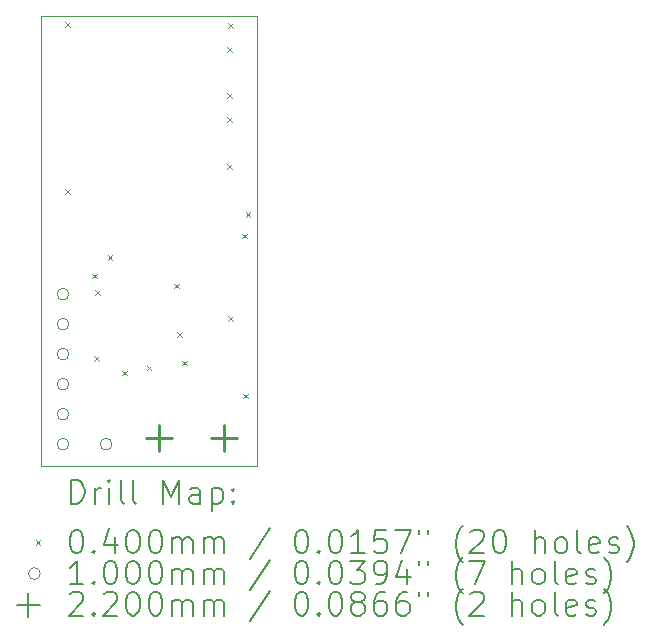
<source format=gbr>
%TF.GenerationSoftware,KiCad,Pcbnew,7.0.6*%
%TF.CreationDate,2024-04-30T22:58:02+02:00*%
%TF.ProjectId,nboard,6e626f61-7264-42e6-9b69-6361645f7063,rev?*%
%TF.SameCoordinates,Original*%
%TF.FileFunction,Drillmap*%
%TF.FilePolarity,Positive*%
%FSLAX45Y45*%
G04 Gerber Fmt 4.5, Leading zero omitted, Abs format (unit mm)*
G04 Created by KiCad (PCBNEW 7.0.6) date 2024-04-30 22:58:02*
%MOMM*%
%LPD*%
G01*
G04 APERTURE LIST*
%ADD10C,0.100000*%
%ADD11C,0.200000*%
%ADD12C,0.040000*%
%ADD13C,0.220000*%
G04 APERTURE END LIST*
D10*
X14823000Y-6997500D02*
X16655000Y-6997500D01*
X16655000Y-10808500D01*
X14823000Y-10808500D01*
X14823000Y-6997500D01*
D11*
D12*
X15030000Y-7050000D02*
X15070000Y-7090000D01*
X15070000Y-7050000D02*
X15030000Y-7090000D01*
X15030000Y-8460000D02*
X15070000Y-8500000D01*
X15070000Y-8460000D02*
X15030000Y-8500000D01*
X15254000Y-9178000D02*
X15294000Y-9218000D01*
X15294000Y-9178000D02*
X15254000Y-9218000D01*
X15272000Y-9877000D02*
X15312000Y-9917000D01*
X15312000Y-9877000D02*
X15272000Y-9917000D01*
X15280000Y-9320000D02*
X15320000Y-9360000D01*
X15320000Y-9320000D02*
X15280000Y-9360000D01*
X15388000Y-9022000D02*
X15428000Y-9062000D01*
X15428000Y-9022000D02*
X15388000Y-9062000D01*
X15512000Y-10000000D02*
X15552000Y-10040000D01*
X15552000Y-10000000D02*
X15512000Y-10040000D01*
X15719000Y-9957000D02*
X15759000Y-9997000D01*
X15759000Y-9957000D02*
X15719000Y-9997000D01*
X15949000Y-9263000D02*
X15989000Y-9303000D01*
X15989000Y-9263000D02*
X15949000Y-9303000D01*
X15977000Y-9671000D02*
X16017000Y-9711000D01*
X16017000Y-9671000D02*
X15977000Y-9711000D01*
X16022000Y-9915000D02*
X16062000Y-9955000D01*
X16062000Y-9915000D02*
X16022000Y-9955000D01*
X16400000Y-7260000D02*
X16440000Y-7300000D01*
X16440000Y-7260000D02*
X16400000Y-7300000D01*
X16400000Y-7650000D02*
X16440000Y-7690000D01*
X16440000Y-7650000D02*
X16400000Y-7690000D01*
X16400000Y-7850000D02*
X16440000Y-7890000D01*
X16440000Y-7850000D02*
X16400000Y-7890000D01*
X16400000Y-8250000D02*
X16440000Y-8290000D01*
X16440000Y-8250000D02*
X16400000Y-8290000D01*
X16410000Y-7060000D02*
X16450000Y-7100000D01*
X16450000Y-7060000D02*
X16410000Y-7100000D01*
X16411000Y-9539000D02*
X16451000Y-9579000D01*
X16451000Y-9539000D02*
X16411000Y-9579000D01*
X16530000Y-8840000D02*
X16570000Y-8880000D01*
X16570000Y-8840000D02*
X16530000Y-8880000D01*
X16538000Y-10194000D02*
X16578000Y-10234000D01*
X16578000Y-10194000D02*
X16538000Y-10234000D01*
X16556000Y-8656000D02*
X16596000Y-8696000D01*
X16596000Y-8656000D02*
X16556000Y-8696000D01*
D10*
X15060000Y-9352000D02*
G75*
G03*
X15060000Y-9352000I-50000J0D01*
G01*
X15060000Y-9606000D02*
G75*
G03*
X15060000Y-9606000I-50000J0D01*
G01*
X15060000Y-9860000D02*
G75*
G03*
X15060000Y-9860000I-50000J0D01*
G01*
X15060000Y-10114000D02*
G75*
G03*
X15060000Y-10114000I-50000J0D01*
G01*
X15060000Y-10368000D02*
G75*
G03*
X15060000Y-10368000I-50000J0D01*
G01*
X15060000Y-10622000D02*
G75*
G03*
X15060000Y-10622000I-50000J0D01*
G01*
X15425000Y-10622000D02*
G75*
G03*
X15425000Y-10622000I-50000J0D01*
G01*
D13*
X15820000Y-10460000D02*
X15820000Y-10680000D01*
X15710000Y-10570000D02*
X15930000Y-10570000D01*
X16370000Y-10460000D02*
X16370000Y-10680000D01*
X16260000Y-10570000D02*
X16480000Y-10570000D01*
D11*
X15078777Y-11124984D02*
X15078777Y-10924984D01*
X15078777Y-10924984D02*
X15126396Y-10924984D01*
X15126396Y-10924984D02*
X15154967Y-10934508D01*
X15154967Y-10934508D02*
X15174015Y-10953555D01*
X15174015Y-10953555D02*
X15183539Y-10972603D01*
X15183539Y-10972603D02*
X15193062Y-11010698D01*
X15193062Y-11010698D02*
X15193062Y-11039270D01*
X15193062Y-11039270D02*
X15183539Y-11077365D01*
X15183539Y-11077365D02*
X15174015Y-11096412D01*
X15174015Y-11096412D02*
X15154967Y-11115460D01*
X15154967Y-11115460D02*
X15126396Y-11124984D01*
X15126396Y-11124984D02*
X15078777Y-11124984D01*
X15278777Y-11124984D02*
X15278777Y-10991650D01*
X15278777Y-11029746D02*
X15288301Y-11010698D01*
X15288301Y-11010698D02*
X15297824Y-11001174D01*
X15297824Y-11001174D02*
X15316872Y-10991650D01*
X15316872Y-10991650D02*
X15335920Y-10991650D01*
X15402586Y-11124984D02*
X15402586Y-10991650D01*
X15402586Y-10924984D02*
X15393062Y-10934508D01*
X15393062Y-10934508D02*
X15402586Y-10944031D01*
X15402586Y-10944031D02*
X15412110Y-10934508D01*
X15412110Y-10934508D02*
X15402586Y-10924984D01*
X15402586Y-10924984D02*
X15402586Y-10944031D01*
X15526396Y-11124984D02*
X15507348Y-11115460D01*
X15507348Y-11115460D02*
X15497824Y-11096412D01*
X15497824Y-11096412D02*
X15497824Y-10924984D01*
X15631158Y-11124984D02*
X15612110Y-11115460D01*
X15612110Y-11115460D02*
X15602586Y-11096412D01*
X15602586Y-11096412D02*
X15602586Y-10924984D01*
X15859729Y-11124984D02*
X15859729Y-10924984D01*
X15859729Y-10924984D02*
X15926396Y-11067841D01*
X15926396Y-11067841D02*
X15993062Y-10924984D01*
X15993062Y-10924984D02*
X15993062Y-11124984D01*
X16174015Y-11124984D02*
X16174015Y-11020222D01*
X16174015Y-11020222D02*
X16164491Y-11001174D01*
X16164491Y-11001174D02*
X16145443Y-10991650D01*
X16145443Y-10991650D02*
X16107348Y-10991650D01*
X16107348Y-10991650D02*
X16088301Y-11001174D01*
X16174015Y-11115460D02*
X16154967Y-11124984D01*
X16154967Y-11124984D02*
X16107348Y-11124984D01*
X16107348Y-11124984D02*
X16088301Y-11115460D01*
X16088301Y-11115460D02*
X16078777Y-11096412D01*
X16078777Y-11096412D02*
X16078777Y-11077365D01*
X16078777Y-11077365D02*
X16088301Y-11058317D01*
X16088301Y-11058317D02*
X16107348Y-11048793D01*
X16107348Y-11048793D02*
X16154967Y-11048793D01*
X16154967Y-11048793D02*
X16174015Y-11039270D01*
X16269253Y-10991650D02*
X16269253Y-11191650D01*
X16269253Y-11001174D02*
X16288301Y-10991650D01*
X16288301Y-10991650D02*
X16326396Y-10991650D01*
X16326396Y-10991650D02*
X16345443Y-11001174D01*
X16345443Y-11001174D02*
X16354967Y-11010698D01*
X16354967Y-11010698D02*
X16364491Y-11029746D01*
X16364491Y-11029746D02*
X16364491Y-11086889D01*
X16364491Y-11086889D02*
X16354967Y-11105936D01*
X16354967Y-11105936D02*
X16345443Y-11115460D01*
X16345443Y-11115460D02*
X16326396Y-11124984D01*
X16326396Y-11124984D02*
X16288301Y-11124984D01*
X16288301Y-11124984D02*
X16269253Y-11115460D01*
X16450205Y-11105936D02*
X16459729Y-11115460D01*
X16459729Y-11115460D02*
X16450205Y-11124984D01*
X16450205Y-11124984D02*
X16440682Y-11115460D01*
X16440682Y-11115460D02*
X16450205Y-11105936D01*
X16450205Y-11105936D02*
X16450205Y-11124984D01*
X16450205Y-11001174D02*
X16459729Y-11010698D01*
X16459729Y-11010698D02*
X16450205Y-11020222D01*
X16450205Y-11020222D02*
X16440682Y-11010698D01*
X16440682Y-11010698D02*
X16450205Y-11001174D01*
X16450205Y-11001174D02*
X16450205Y-11020222D01*
D12*
X14778000Y-11433500D02*
X14818000Y-11473500D01*
X14818000Y-11433500D02*
X14778000Y-11473500D01*
D11*
X15116872Y-11344984D02*
X15135920Y-11344984D01*
X15135920Y-11344984D02*
X15154967Y-11354508D01*
X15154967Y-11354508D02*
X15164491Y-11364031D01*
X15164491Y-11364031D02*
X15174015Y-11383079D01*
X15174015Y-11383079D02*
X15183539Y-11421174D01*
X15183539Y-11421174D02*
X15183539Y-11468793D01*
X15183539Y-11468793D02*
X15174015Y-11506888D01*
X15174015Y-11506888D02*
X15164491Y-11525936D01*
X15164491Y-11525936D02*
X15154967Y-11535460D01*
X15154967Y-11535460D02*
X15135920Y-11544984D01*
X15135920Y-11544984D02*
X15116872Y-11544984D01*
X15116872Y-11544984D02*
X15097824Y-11535460D01*
X15097824Y-11535460D02*
X15088301Y-11525936D01*
X15088301Y-11525936D02*
X15078777Y-11506888D01*
X15078777Y-11506888D02*
X15069253Y-11468793D01*
X15069253Y-11468793D02*
X15069253Y-11421174D01*
X15069253Y-11421174D02*
X15078777Y-11383079D01*
X15078777Y-11383079D02*
X15088301Y-11364031D01*
X15088301Y-11364031D02*
X15097824Y-11354508D01*
X15097824Y-11354508D02*
X15116872Y-11344984D01*
X15269253Y-11525936D02*
X15278777Y-11535460D01*
X15278777Y-11535460D02*
X15269253Y-11544984D01*
X15269253Y-11544984D02*
X15259729Y-11535460D01*
X15259729Y-11535460D02*
X15269253Y-11525936D01*
X15269253Y-11525936D02*
X15269253Y-11544984D01*
X15450205Y-11411650D02*
X15450205Y-11544984D01*
X15402586Y-11335460D02*
X15354967Y-11478317D01*
X15354967Y-11478317D02*
X15478777Y-11478317D01*
X15593062Y-11344984D02*
X15612110Y-11344984D01*
X15612110Y-11344984D02*
X15631158Y-11354508D01*
X15631158Y-11354508D02*
X15640682Y-11364031D01*
X15640682Y-11364031D02*
X15650205Y-11383079D01*
X15650205Y-11383079D02*
X15659729Y-11421174D01*
X15659729Y-11421174D02*
X15659729Y-11468793D01*
X15659729Y-11468793D02*
X15650205Y-11506888D01*
X15650205Y-11506888D02*
X15640682Y-11525936D01*
X15640682Y-11525936D02*
X15631158Y-11535460D01*
X15631158Y-11535460D02*
X15612110Y-11544984D01*
X15612110Y-11544984D02*
X15593062Y-11544984D01*
X15593062Y-11544984D02*
X15574015Y-11535460D01*
X15574015Y-11535460D02*
X15564491Y-11525936D01*
X15564491Y-11525936D02*
X15554967Y-11506888D01*
X15554967Y-11506888D02*
X15545443Y-11468793D01*
X15545443Y-11468793D02*
X15545443Y-11421174D01*
X15545443Y-11421174D02*
X15554967Y-11383079D01*
X15554967Y-11383079D02*
X15564491Y-11364031D01*
X15564491Y-11364031D02*
X15574015Y-11354508D01*
X15574015Y-11354508D02*
X15593062Y-11344984D01*
X15783539Y-11344984D02*
X15802586Y-11344984D01*
X15802586Y-11344984D02*
X15821634Y-11354508D01*
X15821634Y-11354508D02*
X15831158Y-11364031D01*
X15831158Y-11364031D02*
X15840682Y-11383079D01*
X15840682Y-11383079D02*
X15850205Y-11421174D01*
X15850205Y-11421174D02*
X15850205Y-11468793D01*
X15850205Y-11468793D02*
X15840682Y-11506888D01*
X15840682Y-11506888D02*
X15831158Y-11525936D01*
X15831158Y-11525936D02*
X15821634Y-11535460D01*
X15821634Y-11535460D02*
X15802586Y-11544984D01*
X15802586Y-11544984D02*
X15783539Y-11544984D01*
X15783539Y-11544984D02*
X15764491Y-11535460D01*
X15764491Y-11535460D02*
X15754967Y-11525936D01*
X15754967Y-11525936D02*
X15745443Y-11506888D01*
X15745443Y-11506888D02*
X15735920Y-11468793D01*
X15735920Y-11468793D02*
X15735920Y-11421174D01*
X15735920Y-11421174D02*
X15745443Y-11383079D01*
X15745443Y-11383079D02*
X15754967Y-11364031D01*
X15754967Y-11364031D02*
X15764491Y-11354508D01*
X15764491Y-11354508D02*
X15783539Y-11344984D01*
X15935920Y-11544984D02*
X15935920Y-11411650D01*
X15935920Y-11430698D02*
X15945443Y-11421174D01*
X15945443Y-11421174D02*
X15964491Y-11411650D01*
X15964491Y-11411650D02*
X15993063Y-11411650D01*
X15993063Y-11411650D02*
X16012110Y-11421174D01*
X16012110Y-11421174D02*
X16021634Y-11440222D01*
X16021634Y-11440222D02*
X16021634Y-11544984D01*
X16021634Y-11440222D02*
X16031158Y-11421174D01*
X16031158Y-11421174D02*
X16050205Y-11411650D01*
X16050205Y-11411650D02*
X16078777Y-11411650D01*
X16078777Y-11411650D02*
X16097824Y-11421174D01*
X16097824Y-11421174D02*
X16107348Y-11440222D01*
X16107348Y-11440222D02*
X16107348Y-11544984D01*
X16202586Y-11544984D02*
X16202586Y-11411650D01*
X16202586Y-11430698D02*
X16212110Y-11421174D01*
X16212110Y-11421174D02*
X16231158Y-11411650D01*
X16231158Y-11411650D02*
X16259729Y-11411650D01*
X16259729Y-11411650D02*
X16278777Y-11421174D01*
X16278777Y-11421174D02*
X16288301Y-11440222D01*
X16288301Y-11440222D02*
X16288301Y-11544984D01*
X16288301Y-11440222D02*
X16297824Y-11421174D01*
X16297824Y-11421174D02*
X16316872Y-11411650D01*
X16316872Y-11411650D02*
X16345443Y-11411650D01*
X16345443Y-11411650D02*
X16364491Y-11421174D01*
X16364491Y-11421174D02*
X16374015Y-11440222D01*
X16374015Y-11440222D02*
X16374015Y-11544984D01*
X16764491Y-11335460D02*
X16593063Y-11592603D01*
X17021634Y-11344984D02*
X17040682Y-11344984D01*
X17040682Y-11344984D02*
X17059729Y-11354508D01*
X17059729Y-11354508D02*
X17069253Y-11364031D01*
X17069253Y-11364031D02*
X17078777Y-11383079D01*
X17078777Y-11383079D02*
X17088301Y-11421174D01*
X17088301Y-11421174D02*
X17088301Y-11468793D01*
X17088301Y-11468793D02*
X17078777Y-11506888D01*
X17078777Y-11506888D02*
X17069253Y-11525936D01*
X17069253Y-11525936D02*
X17059729Y-11535460D01*
X17059729Y-11535460D02*
X17040682Y-11544984D01*
X17040682Y-11544984D02*
X17021634Y-11544984D01*
X17021634Y-11544984D02*
X17002587Y-11535460D01*
X17002587Y-11535460D02*
X16993063Y-11525936D01*
X16993063Y-11525936D02*
X16983539Y-11506888D01*
X16983539Y-11506888D02*
X16974015Y-11468793D01*
X16974015Y-11468793D02*
X16974015Y-11421174D01*
X16974015Y-11421174D02*
X16983539Y-11383079D01*
X16983539Y-11383079D02*
X16993063Y-11364031D01*
X16993063Y-11364031D02*
X17002587Y-11354508D01*
X17002587Y-11354508D02*
X17021634Y-11344984D01*
X17174015Y-11525936D02*
X17183539Y-11535460D01*
X17183539Y-11535460D02*
X17174015Y-11544984D01*
X17174015Y-11544984D02*
X17164491Y-11535460D01*
X17164491Y-11535460D02*
X17174015Y-11525936D01*
X17174015Y-11525936D02*
X17174015Y-11544984D01*
X17307348Y-11344984D02*
X17326396Y-11344984D01*
X17326396Y-11344984D02*
X17345444Y-11354508D01*
X17345444Y-11354508D02*
X17354968Y-11364031D01*
X17354968Y-11364031D02*
X17364491Y-11383079D01*
X17364491Y-11383079D02*
X17374015Y-11421174D01*
X17374015Y-11421174D02*
X17374015Y-11468793D01*
X17374015Y-11468793D02*
X17364491Y-11506888D01*
X17364491Y-11506888D02*
X17354968Y-11525936D01*
X17354968Y-11525936D02*
X17345444Y-11535460D01*
X17345444Y-11535460D02*
X17326396Y-11544984D01*
X17326396Y-11544984D02*
X17307348Y-11544984D01*
X17307348Y-11544984D02*
X17288301Y-11535460D01*
X17288301Y-11535460D02*
X17278777Y-11525936D01*
X17278777Y-11525936D02*
X17269253Y-11506888D01*
X17269253Y-11506888D02*
X17259729Y-11468793D01*
X17259729Y-11468793D02*
X17259729Y-11421174D01*
X17259729Y-11421174D02*
X17269253Y-11383079D01*
X17269253Y-11383079D02*
X17278777Y-11364031D01*
X17278777Y-11364031D02*
X17288301Y-11354508D01*
X17288301Y-11354508D02*
X17307348Y-11344984D01*
X17564491Y-11544984D02*
X17450206Y-11544984D01*
X17507348Y-11544984D02*
X17507348Y-11344984D01*
X17507348Y-11344984D02*
X17488301Y-11373555D01*
X17488301Y-11373555D02*
X17469253Y-11392603D01*
X17469253Y-11392603D02*
X17450206Y-11402127D01*
X17745444Y-11344984D02*
X17650206Y-11344984D01*
X17650206Y-11344984D02*
X17640682Y-11440222D01*
X17640682Y-11440222D02*
X17650206Y-11430698D01*
X17650206Y-11430698D02*
X17669253Y-11421174D01*
X17669253Y-11421174D02*
X17716872Y-11421174D01*
X17716872Y-11421174D02*
X17735920Y-11430698D01*
X17735920Y-11430698D02*
X17745444Y-11440222D01*
X17745444Y-11440222D02*
X17754968Y-11459269D01*
X17754968Y-11459269D02*
X17754968Y-11506888D01*
X17754968Y-11506888D02*
X17745444Y-11525936D01*
X17745444Y-11525936D02*
X17735920Y-11535460D01*
X17735920Y-11535460D02*
X17716872Y-11544984D01*
X17716872Y-11544984D02*
X17669253Y-11544984D01*
X17669253Y-11544984D02*
X17650206Y-11535460D01*
X17650206Y-11535460D02*
X17640682Y-11525936D01*
X17821634Y-11344984D02*
X17954968Y-11344984D01*
X17954968Y-11344984D02*
X17869253Y-11544984D01*
X18021634Y-11344984D02*
X18021634Y-11383079D01*
X18097825Y-11344984D02*
X18097825Y-11383079D01*
X18393063Y-11621174D02*
X18383539Y-11611650D01*
X18383539Y-11611650D02*
X18364491Y-11583079D01*
X18364491Y-11583079D02*
X18354968Y-11564031D01*
X18354968Y-11564031D02*
X18345444Y-11535460D01*
X18345444Y-11535460D02*
X18335920Y-11487841D01*
X18335920Y-11487841D02*
X18335920Y-11449746D01*
X18335920Y-11449746D02*
X18345444Y-11402127D01*
X18345444Y-11402127D02*
X18354968Y-11373555D01*
X18354968Y-11373555D02*
X18364491Y-11354508D01*
X18364491Y-11354508D02*
X18383539Y-11325936D01*
X18383539Y-11325936D02*
X18393063Y-11316412D01*
X18459730Y-11364031D02*
X18469253Y-11354508D01*
X18469253Y-11354508D02*
X18488301Y-11344984D01*
X18488301Y-11344984D02*
X18535920Y-11344984D01*
X18535920Y-11344984D02*
X18554968Y-11354508D01*
X18554968Y-11354508D02*
X18564491Y-11364031D01*
X18564491Y-11364031D02*
X18574015Y-11383079D01*
X18574015Y-11383079D02*
X18574015Y-11402127D01*
X18574015Y-11402127D02*
X18564491Y-11430698D01*
X18564491Y-11430698D02*
X18450206Y-11544984D01*
X18450206Y-11544984D02*
X18574015Y-11544984D01*
X18697825Y-11344984D02*
X18716872Y-11344984D01*
X18716872Y-11344984D02*
X18735920Y-11354508D01*
X18735920Y-11354508D02*
X18745444Y-11364031D01*
X18745444Y-11364031D02*
X18754968Y-11383079D01*
X18754968Y-11383079D02*
X18764491Y-11421174D01*
X18764491Y-11421174D02*
X18764491Y-11468793D01*
X18764491Y-11468793D02*
X18754968Y-11506888D01*
X18754968Y-11506888D02*
X18745444Y-11525936D01*
X18745444Y-11525936D02*
X18735920Y-11535460D01*
X18735920Y-11535460D02*
X18716872Y-11544984D01*
X18716872Y-11544984D02*
X18697825Y-11544984D01*
X18697825Y-11544984D02*
X18678777Y-11535460D01*
X18678777Y-11535460D02*
X18669253Y-11525936D01*
X18669253Y-11525936D02*
X18659730Y-11506888D01*
X18659730Y-11506888D02*
X18650206Y-11468793D01*
X18650206Y-11468793D02*
X18650206Y-11421174D01*
X18650206Y-11421174D02*
X18659730Y-11383079D01*
X18659730Y-11383079D02*
X18669253Y-11364031D01*
X18669253Y-11364031D02*
X18678777Y-11354508D01*
X18678777Y-11354508D02*
X18697825Y-11344984D01*
X19002587Y-11544984D02*
X19002587Y-11344984D01*
X19088301Y-11544984D02*
X19088301Y-11440222D01*
X19088301Y-11440222D02*
X19078777Y-11421174D01*
X19078777Y-11421174D02*
X19059730Y-11411650D01*
X19059730Y-11411650D02*
X19031158Y-11411650D01*
X19031158Y-11411650D02*
X19012111Y-11421174D01*
X19012111Y-11421174D02*
X19002587Y-11430698D01*
X19212111Y-11544984D02*
X19193063Y-11535460D01*
X19193063Y-11535460D02*
X19183539Y-11525936D01*
X19183539Y-11525936D02*
X19174015Y-11506888D01*
X19174015Y-11506888D02*
X19174015Y-11449746D01*
X19174015Y-11449746D02*
X19183539Y-11430698D01*
X19183539Y-11430698D02*
X19193063Y-11421174D01*
X19193063Y-11421174D02*
X19212111Y-11411650D01*
X19212111Y-11411650D02*
X19240682Y-11411650D01*
X19240682Y-11411650D02*
X19259730Y-11421174D01*
X19259730Y-11421174D02*
X19269253Y-11430698D01*
X19269253Y-11430698D02*
X19278777Y-11449746D01*
X19278777Y-11449746D02*
X19278777Y-11506888D01*
X19278777Y-11506888D02*
X19269253Y-11525936D01*
X19269253Y-11525936D02*
X19259730Y-11535460D01*
X19259730Y-11535460D02*
X19240682Y-11544984D01*
X19240682Y-11544984D02*
X19212111Y-11544984D01*
X19393063Y-11544984D02*
X19374015Y-11535460D01*
X19374015Y-11535460D02*
X19364492Y-11516412D01*
X19364492Y-11516412D02*
X19364492Y-11344984D01*
X19545444Y-11535460D02*
X19526396Y-11544984D01*
X19526396Y-11544984D02*
X19488301Y-11544984D01*
X19488301Y-11544984D02*
X19469253Y-11535460D01*
X19469253Y-11535460D02*
X19459730Y-11516412D01*
X19459730Y-11516412D02*
X19459730Y-11440222D01*
X19459730Y-11440222D02*
X19469253Y-11421174D01*
X19469253Y-11421174D02*
X19488301Y-11411650D01*
X19488301Y-11411650D02*
X19526396Y-11411650D01*
X19526396Y-11411650D02*
X19545444Y-11421174D01*
X19545444Y-11421174D02*
X19554968Y-11440222D01*
X19554968Y-11440222D02*
X19554968Y-11459269D01*
X19554968Y-11459269D02*
X19459730Y-11478317D01*
X19631158Y-11535460D02*
X19650206Y-11544984D01*
X19650206Y-11544984D02*
X19688301Y-11544984D01*
X19688301Y-11544984D02*
X19707349Y-11535460D01*
X19707349Y-11535460D02*
X19716873Y-11516412D01*
X19716873Y-11516412D02*
X19716873Y-11506888D01*
X19716873Y-11506888D02*
X19707349Y-11487841D01*
X19707349Y-11487841D02*
X19688301Y-11478317D01*
X19688301Y-11478317D02*
X19659730Y-11478317D01*
X19659730Y-11478317D02*
X19640682Y-11468793D01*
X19640682Y-11468793D02*
X19631158Y-11449746D01*
X19631158Y-11449746D02*
X19631158Y-11440222D01*
X19631158Y-11440222D02*
X19640682Y-11421174D01*
X19640682Y-11421174D02*
X19659730Y-11411650D01*
X19659730Y-11411650D02*
X19688301Y-11411650D01*
X19688301Y-11411650D02*
X19707349Y-11421174D01*
X19783539Y-11621174D02*
X19793063Y-11611650D01*
X19793063Y-11611650D02*
X19812111Y-11583079D01*
X19812111Y-11583079D02*
X19821634Y-11564031D01*
X19821634Y-11564031D02*
X19831158Y-11535460D01*
X19831158Y-11535460D02*
X19840682Y-11487841D01*
X19840682Y-11487841D02*
X19840682Y-11449746D01*
X19840682Y-11449746D02*
X19831158Y-11402127D01*
X19831158Y-11402127D02*
X19821634Y-11373555D01*
X19821634Y-11373555D02*
X19812111Y-11354508D01*
X19812111Y-11354508D02*
X19793063Y-11325936D01*
X19793063Y-11325936D02*
X19783539Y-11316412D01*
D10*
X14818000Y-11717500D02*
G75*
G03*
X14818000Y-11717500I-50000J0D01*
G01*
D11*
X15183539Y-11808984D02*
X15069253Y-11808984D01*
X15126396Y-11808984D02*
X15126396Y-11608984D01*
X15126396Y-11608984D02*
X15107348Y-11637555D01*
X15107348Y-11637555D02*
X15088301Y-11656603D01*
X15088301Y-11656603D02*
X15069253Y-11666127D01*
X15269253Y-11789936D02*
X15278777Y-11799460D01*
X15278777Y-11799460D02*
X15269253Y-11808984D01*
X15269253Y-11808984D02*
X15259729Y-11799460D01*
X15259729Y-11799460D02*
X15269253Y-11789936D01*
X15269253Y-11789936D02*
X15269253Y-11808984D01*
X15402586Y-11608984D02*
X15421634Y-11608984D01*
X15421634Y-11608984D02*
X15440682Y-11618508D01*
X15440682Y-11618508D02*
X15450205Y-11628031D01*
X15450205Y-11628031D02*
X15459729Y-11647079D01*
X15459729Y-11647079D02*
X15469253Y-11685174D01*
X15469253Y-11685174D02*
X15469253Y-11732793D01*
X15469253Y-11732793D02*
X15459729Y-11770888D01*
X15459729Y-11770888D02*
X15450205Y-11789936D01*
X15450205Y-11789936D02*
X15440682Y-11799460D01*
X15440682Y-11799460D02*
X15421634Y-11808984D01*
X15421634Y-11808984D02*
X15402586Y-11808984D01*
X15402586Y-11808984D02*
X15383539Y-11799460D01*
X15383539Y-11799460D02*
X15374015Y-11789936D01*
X15374015Y-11789936D02*
X15364491Y-11770888D01*
X15364491Y-11770888D02*
X15354967Y-11732793D01*
X15354967Y-11732793D02*
X15354967Y-11685174D01*
X15354967Y-11685174D02*
X15364491Y-11647079D01*
X15364491Y-11647079D02*
X15374015Y-11628031D01*
X15374015Y-11628031D02*
X15383539Y-11618508D01*
X15383539Y-11618508D02*
X15402586Y-11608984D01*
X15593062Y-11608984D02*
X15612110Y-11608984D01*
X15612110Y-11608984D02*
X15631158Y-11618508D01*
X15631158Y-11618508D02*
X15640682Y-11628031D01*
X15640682Y-11628031D02*
X15650205Y-11647079D01*
X15650205Y-11647079D02*
X15659729Y-11685174D01*
X15659729Y-11685174D02*
X15659729Y-11732793D01*
X15659729Y-11732793D02*
X15650205Y-11770888D01*
X15650205Y-11770888D02*
X15640682Y-11789936D01*
X15640682Y-11789936D02*
X15631158Y-11799460D01*
X15631158Y-11799460D02*
X15612110Y-11808984D01*
X15612110Y-11808984D02*
X15593062Y-11808984D01*
X15593062Y-11808984D02*
X15574015Y-11799460D01*
X15574015Y-11799460D02*
X15564491Y-11789936D01*
X15564491Y-11789936D02*
X15554967Y-11770888D01*
X15554967Y-11770888D02*
X15545443Y-11732793D01*
X15545443Y-11732793D02*
X15545443Y-11685174D01*
X15545443Y-11685174D02*
X15554967Y-11647079D01*
X15554967Y-11647079D02*
X15564491Y-11628031D01*
X15564491Y-11628031D02*
X15574015Y-11618508D01*
X15574015Y-11618508D02*
X15593062Y-11608984D01*
X15783539Y-11608984D02*
X15802586Y-11608984D01*
X15802586Y-11608984D02*
X15821634Y-11618508D01*
X15821634Y-11618508D02*
X15831158Y-11628031D01*
X15831158Y-11628031D02*
X15840682Y-11647079D01*
X15840682Y-11647079D02*
X15850205Y-11685174D01*
X15850205Y-11685174D02*
X15850205Y-11732793D01*
X15850205Y-11732793D02*
X15840682Y-11770888D01*
X15840682Y-11770888D02*
X15831158Y-11789936D01*
X15831158Y-11789936D02*
X15821634Y-11799460D01*
X15821634Y-11799460D02*
X15802586Y-11808984D01*
X15802586Y-11808984D02*
X15783539Y-11808984D01*
X15783539Y-11808984D02*
X15764491Y-11799460D01*
X15764491Y-11799460D02*
X15754967Y-11789936D01*
X15754967Y-11789936D02*
X15745443Y-11770888D01*
X15745443Y-11770888D02*
X15735920Y-11732793D01*
X15735920Y-11732793D02*
X15735920Y-11685174D01*
X15735920Y-11685174D02*
X15745443Y-11647079D01*
X15745443Y-11647079D02*
X15754967Y-11628031D01*
X15754967Y-11628031D02*
X15764491Y-11618508D01*
X15764491Y-11618508D02*
X15783539Y-11608984D01*
X15935920Y-11808984D02*
X15935920Y-11675650D01*
X15935920Y-11694698D02*
X15945443Y-11685174D01*
X15945443Y-11685174D02*
X15964491Y-11675650D01*
X15964491Y-11675650D02*
X15993063Y-11675650D01*
X15993063Y-11675650D02*
X16012110Y-11685174D01*
X16012110Y-11685174D02*
X16021634Y-11704222D01*
X16021634Y-11704222D02*
X16021634Y-11808984D01*
X16021634Y-11704222D02*
X16031158Y-11685174D01*
X16031158Y-11685174D02*
X16050205Y-11675650D01*
X16050205Y-11675650D02*
X16078777Y-11675650D01*
X16078777Y-11675650D02*
X16097824Y-11685174D01*
X16097824Y-11685174D02*
X16107348Y-11704222D01*
X16107348Y-11704222D02*
X16107348Y-11808984D01*
X16202586Y-11808984D02*
X16202586Y-11675650D01*
X16202586Y-11694698D02*
X16212110Y-11685174D01*
X16212110Y-11685174D02*
X16231158Y-11675650D01*
X16231158Y-11675650D02*
X16259729Y-11675650D01*
X16259729Y-11675650D02*
X16278777Y-11685174D01*
X16278777Y-11685174D02*
X16288301Y-11704222D01*
X16288301Y-11704222D02*
X16288301Y-11808984D01*
X16288301Y-11704222D02*
X16297824Y-11685174D01*
X16297824Y-11685174D02*
X16316872Y-11675650D01*
X16316872Y-11675650D02*
X16345443Y-11675650D01*
X16345443Y-11675650D02*
X16364491Y-11685174D01*
X16364491Y-11685174D02*
X16374015Y-11704222D01*
X16374015Y-11704222D02*
X16374015Y-11808984D01*
X16764491Y-11599460D02*
X16593063Y-11856603D01*
X17021634Y-11608984D02*
X17040682Y-11608984D01*
X17040682Y-11608984D02*
X17059729Y-11618508D01*
X17059729Y-11618508D02*
X17069253Y-11628031D01*
X17069253Y-11628031D02*
X17078777Y-11647079D01*
X17078777Y-11647079D02*
X17088301Y-11685174D01*
X17088301Y-11685174D02*
X17088301Y-11732793D01*
X17088301Y-11732793D02*
X17078777Y-11770888D01*
X17078777Y-11770888D02*
X17069253Y-11789936D01*
X17069253Y-11789936D02*
X17059729Y-11799460D01*
X17059729Y-11799460D02*
X17040682Y-11808984D01*
X17040682Y-11808984D02*
X17021634Y-11808984D01*
X17021634Y-11808984D02*
X17002587Y-11799460D01*
X17002587Y-11799460D02*
X16993063Y-11789936D01*
X16993063Y-11789936D02*
X16983539Y-11770888D01*
X16983539Y-11770888D02*
X16974015Y-11732793D01*
X16974015Y-11732793D02*
X16974015Y-11685174D01*
X16974015Y-11685174D02*
X16983539Y-11647079D01*
X16983539Y-11647079D02*
X16993063Y-11628031D01*
X16993063Y-11628031D02*
X17002587Y-11618508D01*
X17002587Y-11618508D02*
X17021634Y-11608984D01*
X17174015Y-11789936D02*
X17183539Y-11799460D01*
X17183539Y-11799460D02*
X17174015Y-11808984D01*
X17174015Y-11808984D02*
X17164491Y-11799460D01*
X17164491Y-11799460D02*
X17174015Y-11789936D01*
X17174015Y-11789936D02*
X17174015Y-11808984D01*
X17307348Y-11608984D02*
X17326396Y-11608984D01*
X17326396Y-11608984D02*
X17345444Y-11618508D01*
X17345444Y-11618508D02*
X17354968Y-11628031D01*
X17354968Y-11628031D02*
X17364491Y-11647079D01*
X17364491Y-11647079D02*
X17374015Y-11685174D01*
X17374015Y-11685174D02*
X17374015Y-11732793D01*
X17374015Y-11732793D02*
X17364491Y-11770888D01*
X17364491Y-11770888D02*
X17354968Y-11789936D01*
X17354968Y-11789936D02*
X17345444Y-11799460D01*
X17345444Y-11799460D02*
X17326396Y-11808984D01*
X17326396Y-11808984D02*
X17307348Y-11808984D01*
X17307348Y-11808984D02*
X17288301Y-11799460D01*
X17288301Y-11799460D02*
X17278777Y-11789936D01*
X17278777Y-11789936D02*
X17269253Y-11770888D01*
X17269253Y-11770888D02*
X17259729Y-11732793D01*
X17259729Y-11732793D02*
X17259729Y-11685174D01*
X17259729Y-11685174D02*
X17269253Y-11647079D01*
X17269253Y-11647079D02*
X17278777Y-11628031D01*
X17278777Y-11628031D02*
X17288301Y-11618508D01*
X17288301Y-11618508D02*
X17307348Y-11608984D01*
X17440682Y-11608984D02*
X17564491Y-11608984D01*
X17564491Y-11608984D02*
X17497825Y-11685174D01*
X17497825Y-11685174D02*
X17526396Y-11685174D01*
X17526396Y-11685174D02*
X17545444Y-11694698D01*
X17545444Y-11694698D02*
X17554968Y-11704222D01*
X17554968Y-11704222D02*
X17564491Y-11723269D01*
X17564491Y-11723269D02*
X17564491Y-11770888D01*
X17564491Y-11770888D02*
X17554968Y-11789936D01*
X17554968Y-11789936D02*
X17545444Y-11799460D01*
X17545444Y-11799460D02*
X17526396Y-11808984D01*
X17526396Y-11808984D02*
X17469253Y-11808984D01*
X17469253Y-11808984D02*
X17450206Y-11799460D01*
X17450206Y-11799460D02*
X17440682Y-11789936D01*
X17659729Y-11808984D02*
X17697825Y-11808984D01*
X17697825Y-11808984D02*
X17716872Y-11799460D01*
X17716872Y-11799460D02*
X17726396Y-11789936D01*
X17726396Y-11789936D02*
X17745444Y-11761365D01*
X17745444Y-11761365D02*
X17754968Y-11723269D01*
X17754968Y-11723269D02*
X17754968Y-11647079D01*
X17754968Y-11647079D02*
X17745444Y-11628031D01*
X17745444Y-11628031D02*
X17735920Y-11618508D01*
X17735920Y-11618508D02*
X17716872Y-11608984D01*
X17716872Y-11608984D02*
X17678777Y-11608984D01*
X17678777Y-11608984D02*
X17659729Y-11618508D01*
X17659729Y-11618508D02*
X17650206Y-11628031D01*
X17650206Y-11628031D02*
X17640682Y-11647079D01*
X17640682Y-11647079D02*
X17640682Y-11694698D01*
X17640682Y-11694698D02*
X17650206Y-11713746D01*
X17650206Y-11713746D02*
X17659729Y-11723269D01*
X17659729Y-11723269D02*
X17678777Y-11732793D01*
X17678777Y-11732793D02*
X17716872Y-11732793D01*
X17716872Y-11732793D02*
X17735920Y-11723269D01*
X17735920Y-11723269D02*
X17745444Y-11713746D01*
X17745444Y-11713746D02*
X17754968Y-11694698D01*
X17926396Y-11675650D02*
X17926396Y-11808984D01*
X17878777Y-11599460D02*
X17831158Y-11742317D01*
X17831158Y-11742317D02*
X17954968Y-11742317D01*
X18021634Y-11608984D02*
X18021634Y-11647079D01*
X18097825Y-11608984D02*
X18097825Y-11647079D01*
X18393063Y-11885174D02*
X18383539Y-11875650D01*
X18383539Y-11875650D02*
X18364491Y-11847079D01*
X18364491Y-11847079D02*
X18354968Y-11828031D01*
X18354968Y-11828031D02*
X18345444Y-11799460D01*
X18345444Y-11799460D02*
X18335920Y-11751841D01*
X18335920Y-11751841D02*
X18335920Y-11713746D01*
X18335920Y-11713746D02*
X18345444Y-11666127D01*
X18345444Y-11666127D02*
X18354968Y-11637555D01*
X18354968Y-11637555D02*
X18364491Y-11618508D01*
X18364491Y-11618508D02*
X18383539Y-11589936D01*
X18383539Y-11589936D02*
X18393063Y-11580412D01*
X18450206Y-11608984D02*
X18583539Y-11608984D01*
X18583539Y-11608984D02*
X18497825Y-11808984D01*
X18812111Y-11808984D02*
X18812111Y-11608984D01*
X18897825Y-11808984D02*
X18897825Y-11704222D01*
X18897825Y-11704222D02*
X18888301Y-11685174D01*
X18888301Y-11685174D02*
X18869253Y-11675650D01*
X18869253Y-11675650D02*
X18840682Y-11675650D01*
X18840682Y-11675650D02*
X18821634Y-11685174D01*
X18821634Y-11685174D02*
X18812111Y-11694698D01*
X19021634Y-11808984D02*
X19002587Y-11799460D01*
X19002587Y-11799460D02*
X18993063Y-11789936D01*
X18993063Y-11789936D02*
X18983539Y-11770888D01*
X18983539Y-11770888D02*
X18983539Y-11713746D01*
X18983539Y-11713746D02*
X18993063Y-11694698D01*
X18993063Y-11694698D02*
X19002587Y-11685174D01*
X19002587Y-11685174D02*
X19021634Y-11675650D01*
X19021634Y-11675650D02*
X19050206Y-11675650D01*
X19050206Y-11675650D02*
X19069253Y-11685174D01*
X19069253Y-11685174D02*
X19078777Y-11694698D01*
X19078777Y-11694698D02*
X19088301Y-11713746D01*
X19088301Y-11713746D02*
X19088301Y-11770888D01*
X19088301Y-11770888D02*
X19078777Y-11789936D01*
X19078777Y-11789936D02*
X19069253Y-11799460D01*
X19069253Y-11799460D02*
X19050206Y-11808984D01*
X19050206Y-11808984D02*
X19021634Y-11808984D01*
X19202587Y-11808984D02*
X19183539Y-11799460D01*
X19183539Y-11799460D02*
X19174015Y-11780412D01*
X19174015Y-11780412D02*
X19174015Y-11608984D01*
X19354968Y-11799460D02*
X19335920Y-11808984D01*
X19335920Y-11808984D02*
X19297825Y-11808984D01*
X19297825Y-11808984D02*
X19278777Y-11799460D01*
X19278777Y-11799460D02*
X19269253Y-11780412D01*
X19269253Y-11780412D02*
X19269253Y-11704222D01*
X19269253Y-11704222D02*
X19278777Y-11685174D01*
X19278777Y-11685174D02*
X19297825Y-11675650D01*
X19297825Y-11675650D02*
X19335920Y-11675650D01*
X19335920Y-11675650D02*
X19354968Y-11685174D01*
X19354968Y-11685174D02*
X19364492Y-11704222D01*
X19364492Y-11704222D02*
X19364492Y-11723269D01*
X19364492Y-11723269D02*
X19269253Y-11742317D01*
X19440682Y-11799460D02*
X19459730Y-11808984D01*
X19459730Y-11808984D02*
X19497825Y-11808984D01*
X19497825Y-11808984D02*
X19516873Y-11799460D01*
X19516873Y-11799460D02*
X19526396Y-11780412D01*
X19526396Y-11780412D02*
X19526396Y-11770888D01*
X19526396Y-11770888D02*
X19516873Y-11751841D01*
X19516873Y-11751841D02*
X19497825Y-11742317D01*
X19497825Y-11742317D02*
X19469253Y-11742317D01*
X19469253Y-11742317D02*
X19450206Y-11732793D01*
X19450206Y-11732793D02*
X19440682Y-11713746D01*
X19440682Y-11713746D02*
X19440682Y-11704222D01*
X19440682Y-11704222D02*
X19450206Y-11685174D01*
X19450206Y-11685174D02*
X19469253Y-11675650D01*
X19469253Y-11675650D02*
X19497825Y-11675650D01*
X19497825Y-11675650D02*
X19516873Y-11685174D01*
X19593063Y-11885174D02*
X19602587Y-11875650D01*
X19602587Y-11875650D02*
X19621634Y-11847079D01*
X19621634Y-11847079D02*
X19631158Y-11828031D01*
X19631158Y-11828031D02*
X19640682Y-11799460D01*
X19640682Y-11799460D02*
X19650206Y-11751841D01*
X19650206Y-11751841D02*
X19650206Y-11713746D01*
X19650206Y-11713746D02*
X19640682Y-11666127D01*
X19640682Y-11666127D02*
X19631158Y-11637555D01*
X19631158Y-11637555D02*
X19621634Y-11618508D01*
X19621634Y-11618508D02*
X19602587Y-11589936D01*
X19602587Y-11589936D02*
X19593063Y-11580412D01*
X14718000Y-11881500D02*
X14718000Y-12081500D01*
X14618000Y-11981500D02*
X14818000Y-11981500D01*
X15069253Y-11892031D02*
X15078777Y-11882508D01*
X15078777Y-11882508D02*
X15097824Y-11872984D01*
X15097824Y-11872984D02*
X15145443Y-11872984D01*
X15145443Y-11872984D02*
X15164491Y-11882508D01*
X15164491Y-11882508D02*
X15174015Y-11892031D01*
X15174015Y-11892031D02*
X15183539Y-11911079D01*
X15183539Y-11911079D02*
X15183539Y-11930127D01*
X15183539Y-11930127D02*
X15174015Y-11958698D01*
X15174015Y-11958698D02*
X15059729Y-12072984D01*
X15059729Y-12072984D02*
X15183539Y-12072984D01*
X15269253Y-12053936D02*
X15278777Y-12063460D01*
X15278777Y-12063460D02*
X15269253Y-12072984D01*
X15269253Y-12072984D02*
X15259729Y-12063460D01*
X15259729Y-12063460D02*
X15269253Y-12053936D01*
X15269253Y-12053936D02*
X15269253Y-12072984D01*
X15354967Y-11892031D02*
X15364491Y-11882508D01*
X15364491Y-11882508D02*
X15383539Y-11872984D01*
X15383539Y-11872984D02*
X15431158Y-11872984D01*
X15431158Y-11872984D02*
X15450205Y-11882508D01*
X15450205Y-11882508D02*
X15459729Y-11892031D01*
X15459729Y-11892031D02*
X15469253Y-11911079D01*
X15469253Y-11911079D02*
X15469253Y-11930127D01*
X15469253Y-11930127D02*
X15459729Y-11958698D01*
X15459729Y-11958698D02*
X15345443Y-12072984D01*
X15345443Y-12072984D02*
X15469253Y-12072984D01*
X15593062Y-11872984D02*
X15612110Y-11872984D01*
X15612110Y-11872984D02*
X15631158Y-11882508D01*
X15631158Y-11882508D02*
X15640682Y-11892031D01*
X15640682Y-11892031D02*
X15650205Y-11911079D01*
X15650205Y-11911079D02*
X15659729Y-11949174D01*
X15659729Y-11949174D02*
X15659729Y-11996793D01*
X15659729Y-11996793D02*
X15650205Y-12034888D01*
X15650205Y-12034888D02*
X15640682Y-12053936D01*
X15640682Y-12053936D02*
X15631158Y-12063460D01*
X15631158Y-12063460D02*
X15612110Y-12072984D01*
X15612110Y-12072984D02*
X15593062Y-12072984D01*
X15593062Y-12072984D02*
X15574015Y-12063460D01*
X15574015Y-12063460D02*
X15564491Y-12053936D01*
X15564491Y-12053936D02*
X15554967Y-12034888D01*
X15554967Y-12034888D02*
X15545443Y-11996793D01*
X15545443Y-11996793D02*
X15545443Y-11949174D01*
X15545443Y-11949174D02*
X15554967Y-11911079D01*
X15554967Y-11911079D02*
X15564491Y-11892031D01*
X15564491Y-11892031D02*
X15574015Y-11882508D01*
X15574015Y-11882508D02*
X15593062Y-11872984D01*
X15783539Y-11872984D02*
X15802586Y-11872984D01*
X15802586Y-11872984D02*
X15821634Y-11882508D01*
X15821634Y-11882508D02*
X15831158Y-11892031D01*
X15831158Y-11892031D02*
X15840682Y-11911079D01*
X15840682Y-11911079D02*
X15850205Y-11949174D01*
X15850205Y-11949174D02*
X15850205Y-11996793D01*
X15850205Y-11996793D02*
X15840682Y-12034888D01*
X15840682Y-12034888D02*
X15831158Y-12053936D01*
X15831158Y-12053936D02*
X15821634Y-12063460D01*
X15821634Y-12063460D02*
X15802586Y-12072984D01*
X15802586Y-12072984D02*
X15783539Y-12072984D01*
X15783539Y-12072984D02*
X15764491Y-12063460D01*
X15764491Y-12063460D02*
X15754967Y-12053936D01*
X15754967Y-12053936D02*
X15745443Y-12034888D01*
X15745443Y-12034888D02*
X15735920Y-11996793D01*
X15735920Y-11996793D02*
X15735920Y-11949174D01*
X15735920Y-11949174D02*
X15745443Y-11911079D01*
X15745443Y-11911079D02*
X15754967Y-11892031D01*
X15754967Y-11892031D02*
X15764491Y-11882508D01*
X15764491Y-11882508D02*
X15783539Y-11872984D01*
X15935920Y-12072984D02*
X15935920Y-11939650D01*
X15935920Y-11958698D02*
X15945443Y-11949174D01*
X15945443Y-11949174D02*
X15964491Y-11939650D01*
X15964491Y-11939650D02*
X15993063Y-11939650D01*
X15993063Y-11939650D02*
X16012110Y-11949174D01*
X16012110Y-11949174D02*
X16021634Y-11968222D01*
X16021634Y-11968222D02*
X16021634Y-12072984D01*
X16021634Y-11968222D02*
X16031158Y-11949174D01*
X16031158Y-11949174D02*
X16050205Y-11939650D01*
X16050205Y-11939650D02*
X16078777Y-11939650D01*
X16078777Y-11939650D02*
X16097824Y-11949174D01*
X16097824Y-11949174D02*
X16107348Y-11968222D01*
X16107348Y-11968222D02*
X16107348Y-12072984D01*
X16202586Y-12072984D02*
X16202586Y-11939650D01*
X16202586Y-11958698D02*
X16212110Y-11949174D01*
X16212110Y-11949174D02*
X16231158Y-11939650D01*
X16231158Y-11939650D02*
X16259729Y-11939650D01*
X16259729Y-11939650D02*
X16278777Y-11949174D01*
X16278777Y-11949174D02*
X16288301Y-11968222D01*
X16288301Y-11968222D02*
X16288301Y-12072984D01*
X16288301Y-11968222D02*
X16297824Y-11949174D01*
X16297824Y-11949174D02*
X16316872Y-11939650D01*
X16316872Y-11939650D02*
X16345443Y-11939650D01*
X16345443Y-11939650D02*
X16364491Y-11949174D01*
X16364491Y-11949174D02*
X16374015Y-11968222D01*
X16374015Y-11968222D02*
X16374015Y-12072984D01*
X16764491Y-11863460D02*
X16593063Y-12120603D01*
X17021634Y-11872984D02*
X17040682Y-11872984D01*
X17040682Y-11872984D02*
X17059729Y-11882508D01*
X17059729Y-11882508D02*
X17069253Y-11892031D01*
X17069253Y-11892031D02*
X17078777Y-11911079D01*
X17078777Y-11911079D02*
X17088301Y-11949174D01*
X17088301Y-11949174D02*
X17088301Y-11996793D01*
X17088301Y-11996793D02*
X17078777Y-12034888D01*
X17078777Y-12034888D02*
X17069253Y-12053936D01*
X17069253Y-12053936D02*
X17059729Y-12063460D01*
X17059729Y-12063460D02*
X17040682Y-12072984D01*
X17040682Y-12072984D02*
X17021634Y-12072984D01*
X17021634Y-12072984D02*
X17002587Y-12063460D01*
X17002587Y-12063460D02*
X16993063Y-12053936D01*
X16993063Y-12053936D02*
X16983539Y-12034888D01*
X16983539Y-12034888D02*
X16974015Y-11996793D01*
X16974015Y-11996793D02*
X16974015Y-11949174D01*
X16974015Y-11949174D02*
X16983539Y-11911079D01*
X16983539Y-11911079D02*
X16993063Y-11892031D01*
X16993063Y-11892031D02*
X17002587Y-11882508D01*
X17002587Y-11882508D02*
X17021634Y-11872984D01*
X17174015Y-12053936D02*
X17183539Y-12063460D01*
X17183539Y-12063460D02*
X17174015Y-12072984D01*
X17174015Y-12072984D02*
X17164491Y-12063460D01*
X17164491Y-12063460D02*
X17174015Y-12053936D01*
X17174015Y-12053936D02*
X17174015Y-12072984D01*
X17307348Y-11872984D02*
X17326396Y-11872984D01*
X17326396Y-11872984D02*
X17345444Y-11882508D01*
X17345444Y-11882508D02*
X17354968Y-11892031D01*
X17354968Y-11892031D02*
X17364491Y-11911079D01*
X17364491Y-11911079D02*
X17374015Y-11949174D01*
X17374015Y-11949174D02*
X17374015Y-11996793D01*
X17374015Y-11996793D02*
X17364491Y-12034888D01*
X17364491Y-12034888D02*
X17354968Y-12053936D01*
X17354968Y-12053936D02*
X17345444Y-12063460D01*
X17345444Y-12063460D02*
X17326396Y-12072984D01*
X17326396Y-12072984D02*
X17307348Y-12072984D01*
X17307348Y-12072984D02*
X17288301Y-12063460D01*
X17288301Y-12063460D02*
X17278777Y-12053936D01*
X17278777Y-12053936D02*
X17269253Y-12034888D01*
X17269253Y-12034888D02*
X17259729Y-11996793D01*
X17259729Y-11996793D02*
X17259729Y-11949174D01*
X17259729Y-11949174D02*
X17269253Y-11911079D01*
X17269253Y-11911079D02*
X17278777Y-11892031D01*
X17278777Y-11892031D02*
X17288301Y-11882508D01*
X17288301Y-11882508D02*
X17307348Y-11872984D01*
X17488301Y-11958698D02*
X17469253Y-11949174D01*
X17469253Y-11949174D02*
X17459729Y-11939650D01*
X17459729Y-11939650D02*
X17450206Y-11920603D01*
X17450206Y-11920603D02*
X17450206Y-11911079D01*
X17450206Y-11911079D02*
X17459729Y-11892031D01*
X17459729Y-11892031D02*
X17469253Y-11882508D01*
X17469253Y-11882508D02*
X17488301Y-11872984D01*
X17488301Y-11872984D02*
X17526396Y-11872984D01*
X17526396Y-11872984D02*
X17545444Y-11882508D01*
X17545444Y-11882508D02*
X17554968Y-11892031D01*
X17554968Y-11892031D02*
X17564491Y-11911079D01*
X17564491Y-11911079D02*
X17564491Y-11920603D01*
X17564491Y-11920603D02*
X17554968Y-11939650D01*
X17554968Y-11939650D02*
X17545444Y-11949174D01*
X17545444Y-11949174D02*
X17526396Y-11958698D01*
X17526396Y-11958698D02*
X17488301Y-11958698D01*
X17488301Y-11958698D02*
X17469253Y-11968222D01*
X17469253Y-11968222D02*
X17459729Y-11977746D01*
X17459729Y-11977746D02*
X17450206Y-11996793D01*
X17450206Y-11996793D02*
X17450206Y-12034888D01*
X17450206Y-12034888D02*
X17459729Y-12053936D01*
X17459729Y-12053936D02*
X17469253Y-12063460D01*
X17469253Y-12063460D02*
X17488301Y-12072984D01*
X17488301Y-12072984D02*
X17526396Y-12072984D01*
X17526396Y-12072984D02*
X17545444Y-12063460D01*
X17545444Y-12063460D02*
X17554968Y-12053936D01*
X17554968Y-12053936D02*
X17564491Y-12034888D01*
X17564491Y-12034888D02*
X17564491Y-11996793D01*
X17564491Y-11996793D02*
X17554968Y-11977746D01*
X17554968Y-11977746D02*
X17545444Y-11968222D01*
X17545444Y-11968222D02*
X17526396Y-11958698D01*
X17735920Y-11872984D02*
X17697825Y-11872984D01*
X17697825Y-11872984D02*
X17678777Y-11882508D01*
X17678777Y-11882508D02*
X17669253Y-11892031D01*
X17669253Y-11892031D02*
X17650206Y-11920603D01*
X17650206Y-11920603D02*
X17640682Y-11958698D01*
X17640682Y-11958698D02*
X17640682Y-12034888D01*
X17640682Y-12034888D02*
X17650206Y-12053936D01*
X17650206Y-12053936D02*
X17659729Y-12063460D01*
X17659729Y-12063460D02*
X17678777Y-12072984D01*
X17678777Y-12072984D02*
X17716872Y-12072984D01*
X17716872Y-12072984D02*
X17735920Y-12063460D01*
X17735920Y-12063460D02*
X17745444Y-12053936D01*
X17745444Y-12053936D02*
X17754968Y-12034888D01*
X17754968Y-12034888D02*
X17754968Y-11987269D01*
X17754968Y-11987269D02*
X17745444Y-11968222D01*
X17745444Y-11968222D02*
X17735920Y-11958698D01*
X17735920Y-11958698D02*
X17716872Y-11949174D01*
X17716872Y-11949174D02*
X17678777Y-11949174D01*
X17678777Y-11949174D02*
X17659729Y-11958698D01*
X17659729Y-11958698D02*
X17650206Y-11968222D01*
X17650206Y-11968222D02*
X17640682Y-11987269D01*
X17926396Y-11872984D02*
X17888301Y-11872984D01*
X17888301Y-11872984D02*
X17869253Y-11882508D01*
X17869253Y-11882508D02*
X17859729Y-11892031D01*
X17859729Y-11892031D02*
X17840682Y-11920603D01*
X17840682Y-11920603D02*
X17831158Y-11958698D01*
X17831158Y-11958698D02*
X17831158Y-12034888D01*
X17831158Y-12034888D02*
X17840682Y-12053936D01*
X17840682Y-12053936D02*
X17850206Y-12063460D01*
X17850206Y-12063460D02*
X17869253Y-12072984D01*
X17869253Y-12072984D02*
X17907349Y-12072984D01*
X17907349Y-12072984D02*
X17926396Y-12063460D01*
X17926396Y-12063460D02*
X17935920Y-12053936D01*
X17935920Y-12053936D02*
X17945444Y-12034888D01*
X17945444Y-12034888D02*
X17945444Y-11987269D01*
X17945444Y-11987269D02*
X17935920Y-11968222D01*
X17935920Y-11968222D02*
X17926396Y-11958698D01*
X17926396Y-11958698D02*
X17907349Y-11949174D01*
X17907349Y-11949174D02*
X17869253Y-11949174D01*
X17869253Y-11949174D02*
X17850206Y-11958698D01*
X17850206Y-11958698D02*
X17840682Y-11968222D01*
X17840682Y-11968222D02*
X17831158Y-11987269D01*
X18021634Y-11872984D02*
X18021634Y-11911079D01*
X18097825Y-11872984D02*
X18097825Y-11911079D01*
X18393063Y-12149174D02*
X18383539Y-12139650D01*
X18383539Y-12139650D02*
X18364491Y-12111079D01*
X18364491Y-12111079D02*
X18354968Y-12092031D01*
X18354968Y-12092031D02*
X18345444Y-12063460D01*
X18345444Y-12063460D02*
X18335920Y-12015841D01*
X18335920Y-12015841D02*
X18335920Y-11977746D01*
X18335920Y-11977746D02*
X18345444Y-11930127D01*
X18345444Y-11930127D02*
X18354968Y-11901555D01*
X18354968Y-11901555D02*
X18364491Y-11882508D01*
X18364491Y-11882508D02*
X18383539Y-11853936D01*
X18383539Y-11853936D02*
X18393063Y-11844412D01*
X18459730Y-11892031D02*
X18469253Y-11882508D01*
X18469253Y-11882508D02*
X18488301Y-11872984D01*
X18488301Y-11872984D02*
X18535920Y-11872984D01*
X18535920Y-11872984D02*
X18554968Y-11882508D01*
X18554968Y-11882508D02*
X18564491Y-11892031D01*
X18564491Y-11892031D02*
X18574015Y-11911079D01*
X18574015Y-11911079D02*
X18574015Y-11930127D01*
X18574015Y-11930127D02*
X18564491Y-11958698D01*
X18564491Y-11958698D02*
X18450206Y-12072984D01*
X18450206Y-12072984D02*
X18574015Y-12072984D01*
X18812111Y-12072984D02*
X18812111Y-11872984D01*
X18897825Y-12072984D02*
X18897825Y-11968222D01*
X18897825Y-11968222D02*
X18888301Y-11949174D01*
X18888301Y-11949174D02*
X18869253Y-11939650D01*
X18869253Y-11939650D02*
X18840682Y-11939650D01*
X18840682Y-11939650D02*
X18821634Y-11949174D01*
X18821634Y-11949174D02*
X18812111Y-11958698D01*
X19021634Y-12072984D02*
X19002587Y-12063460D01*
X19002587Y-12063460D02*
X18993063Y-12053936D01*
X18993063Y-12053936D02*
X18983539Y-12034888D01*
X18983539Y-12034888D02*
X18983539Y-11977746D01*
X18983539Y-11977746D02*
X18993063Y-11958698D01*
X18993063Y-11958698D02*
X19002587Y-11949174D01*
X19002587Y-11949174D02*
X19021634Y-11939650D01*
X19021634Y-11939650D02*
X19050206Y-11939650D01*
X19050206Y-11939650D02*
X19069253Y-11949174D01*
X19069253Y-11949174D02*
X19078777Y-11958698D01*
X19078777Y-11958698D02*
X19088301Y-11977746D01*
X19088301Y-11977746D02*
X19088301Y-12034888D01*
X19088301Y-12034888D02*
X19078777Y-12053936D01*
X19078777Y-12053936D02*
X19069253Y-12063460D01*
X19069253Y-12063460D02*
X19050206Y-12072984D01*
X19050206Y-12072984D02*
X19021634Y-12072984D01*
X19202587Y-12072984D02*
X19183539Y-12063460D01*
X19183539Y-12063460D02*
X19174015Y-12044412D01*
X19174015Y-12044412D02*
X19174015Y-11872984D01*
X19354968Y-12063460D02*
X19335920Y-12072984D01*
X19335920Y-12072984D02*
X19297825Y-12072984D01*
X19297825Y-12072984D02*
X19278777Y-12063460D01*
X19278777Y-12063460D02*
X19269253Y-12044412D01*
X19269253Y-12044412D02*
X19269253Y-11968222D01*
X19269253Y-11968222D02*
X19278777Y-11949174D01*
X19278777Y-11949174D02*
X19297825Y-11939650D01*
X19297825Y-11939650D02*
X19335920Y-11939650D01*
X19335920Y-11939650D02*
X19354968Y-11949174D01*
X19354968Y-11949174D02*
X19364492Y-11968222D01*
X19364492Y-11968222D02*
X19364492Y-11987269D01*
X19364492Y-11987269D02*
X19269253Y-12006317D01*
X19440682Y-12063460D02*
X19459730Y-12072984D01*
X19459730Y-12072984D02*
X19497825Y-12072984D01*
X19497825Y-12072984D02*
X19516873Y-12063460D01*
X19516873Y-12063460D02*
X19526396Y-12044412D01*
X19526396Y-12044412D02*
X19526396Y-12034888D01*
X19526396Y-12034888D02*
X19516873Y-12015841D01*
X19516873Y-12015841D02*
X19497825Y-12006317D01*
X19497825Y-12006317D02*
X19469253Y-12006317D01*
X19469253Y-12006317D02*
X19450206Y-11996793D01*
X19450206Y-11996793D02*
X19440682Y-11977746D01*
X19440682Y-11977746D02*
X19440682Y-11968222D01*
X19440682Y-11968222D02*
X19450206Y-11949174D01*
X19450206Y-11949174D02*
X19469253Y-11939650D01*
X19469253Y-11939650D02*
X19497825Y-11939650D01*
X19497825Y-11939650D02*
X19516873Y-11949174D01*
X19593063Y-12149174D02*
X19602587Y-12139650D01*
X19602587Y-12139650D02*
X19621634Y-12111079D01*
X19621634Y-12111079D02*
X19631158Y-12092031D01*
X19631158Y-12092031D02*
X19640682Y-12063460D01*
X19640682Y-12063460D02*
X19650206Y-12015841D01*
X19650206Y-12015841D02*
X19650206Y-11977746D01*
X19650206Y-11977746D02*
X19640682Y-11930127D01*
X19640682Y-11930127D02*
X19631158Y-11901555D01*
X19631158Y-11901555D02*
X19621634Y-11882508D01*
X19621634Y-11882508D02*
X19602587Y-11853936D01*
X19602587Y-11853936D02*
X19593063Y-11844412D01*
M02*

</source>
